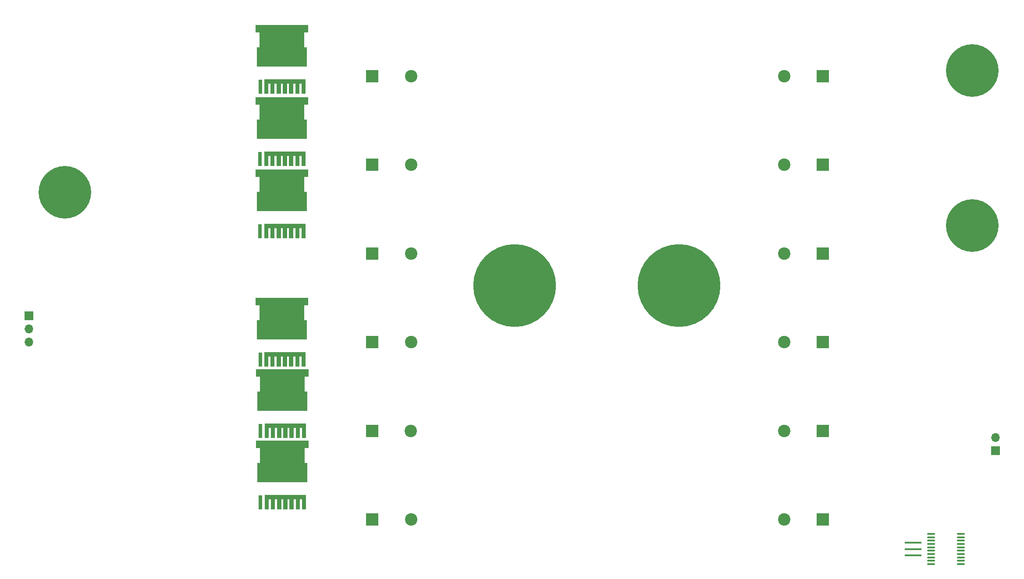
<source format=gbr>
%TF.GenerationSoftware,KiCad,Pcbnew,(6.0.0-rc1-57-gf03efa1cba)*%
%TF.CreationDate,2021-11-19T01:11:21-08:00*%
%TF.ProjectId,OpenCharger,4f70656e-4368-4617-9267-65722e6b6963,rev?*%
%TF.SameCoordinates,Original*%
%TF.FileFunction,Soldermask,Top*%
%TF.FilePolarity,Negative*%
%FSLAX46Y46*%
G04 Gerber Fmt 4.6, Leading zero omitted, Abs format (unit mm)*
G04 Created by KiCad (PCBNEW (6.0.0-rc1-57-gf03efa1cba)) date 2021-11-19 01:11:21*
%MOMM*%
%LPD*%
G01*
G04 APERTURE LIST*
G04 Aperture macros list*
%AMRoundRect*
0 Rectangle with rounded corners*
0 $1 Rounding radius*
0 $2 $3 $4 $5 $6 $7 $8 $9 X,Y pos of 4 corners*
0 Add a 4 corners polygon primitive as box body*
4,1,4,$2,$3,$4,$5,$6,$7,$8,$9,$2,$3,0*
0 Add four circle primitives for the rounded corners*
1,1,$1+$1,$2,$3*
1,1,$1+$1,$4,$5*
1,1,$1+$1,$6,$7*
1,1,$1+$1,$8,$9*
0 Add four rect primitives between the rounded corners*
20,1,$1+$1,$2,$3,$4,$5,0*
20,1,$1+$1,$4,$5,$6,$7,0*
20,1,$1+$1,$6,$7,$8,$9,0*
20,1,$1+$1,$8,$9,$2,$3,0*%
%AMFreePoly0*
4,1,13,2.850000,-5.050000,1.450000,-5.050000,1.450000,-4.350000,-1.450000,-4.350000,-1.450000,-4.850000,-5.150000,-4.850000,-5.150000,4.850000,-1.450000,4.850000,-1.450000,4.350000,1.450000,4.350000,1.450000,5.050000,2.850000,5.050000,2.850000,-5.050000,2.850000,-5.050000,$1*%
%AMFreePoly1*
4,1,29,0.400000,-4.000000,-2.400000,-4.000000,-2.400000,-3.200000,-0.400000,-3.200000,-0.400000,-2.800000,-2.400000,-2.800000,-2.400000,-2.000000,-0.400000,-2.000000,-0.400000,-1.600000,-2.400000,-1.600000,-2.400000,-0.800000,-0.400000,-0.800000,-0.400000,-0.400000,-2.400000,-0.400000,-2.400000,0.400000,-0.400000,0.400000,-0.400000,0.800000,-2.400000,0.800000,-2.400000,1.600000,-0.400000,1.600000,
-0.400000,2.000000,-2.400000,2.000000,-2.400000,2.800000,-0.400000,2.800000,-0.400000,3.200000,-2.400000,3.200000,-2.400000,4.000000,0.400000,4.000000,0.400000,-4.000000,0.400000,-4.000000,$1*%
G04 Aperture macros list end*
%ADD10C,16.000000*%
%ADD11R,1.700000X1.700000*%
%ADD12O,1.700000X1.700000*%
%ADD13C,2.400000*%
%ADD14R,2.400000X2.400000*%
%ADD15FreePoly0,90.000000*%
%ADD16FreePoly1,90.000000*%
%ADD17R,0.800000X2.800000*%
%ADD18C,10.160000*%
%ADD19RoundRect,0.100000X-0.637500X-0.100000X0.637500X-0.100000X0.637500X0.100000X-0.637500X0.100000X0*%
%ADD20R,3.200000X0.400000*%
G04 APERTURE END LIST*
D10*
%TO.C,L1*%
X165558000Y-220218000D03*
X197358000Y-220218000D03*
%TD*%
D11*
%TO.C,J5*%
X258445000Y-252100000D03*
D12*
X258445000Y-249560000D03*
%TD*%
D13*
%TO.C,C16*%
X217627755Y-179705000D03*
D14*
X225127755Y-179705000D03*
%TD*%
%TO.C,C15*%
X225127755Y-248285000D03*
D13*
X217627755Y-248285000D03*
%TD*%
D14*
%TO.C,C14*%
X225127755Y-265430000D03*
D13*
X217627755Y-265430000D03*
%TD*%
D14*
%TO.C,C13*%
X138035001Y-248285000D03*
D13*
X145535001Y-248285000D03*
%TD*%
D14*
%TO.C,C12*%
X138092246Y-265430000D03*
D13*
X145592246Y-265430000D03*
%TD*%
D14*
%TO.C,C9*%
X138092246Y-213995000D03*
D13*
X145592246Y-213995000D03*
%TD*%
D14*
%TO.C,C10*%
X225127755Y-196850000D03*
D13*
X217627755Y-196850000D03*
%TD*%
D14*
%TO.C,C8*%
X225127756Y-231140000D03*
D13*
X217627756Y-231140000D03*
%TD*%
D14*
%TO.C,C6*%
X225127755Y-213995000D03*
D13*
X217627755Y-213995000D03*
%TD*%
D14*
%TO.C,C5*%
X138092246Y-179705000D03*
D13*
X145592246Y-179705000D03*
%TD*%
D14*
%TO.C,C4*%
X138092247Y-231140000D03*
D13*
X145592247Y-231140000D03*
%TD*%
D14*
%TO.C,C3*%
X138092246Y-196850000D03*
D13*
X145592246Y-196850000D03*
%TD*%
D11*
%TO.C,J2*%
X71755000Y-226075000D03*
D12*
X71755000Y-228615000D03*
X71755000Y-231155000D03*
%TD*%
D15*
%TO.C,Q3*%
X120615000Y-200670000D03*
D16*
X121215000Y-208720000D03*
D17*
X116415000Y-209720000D03*
%TD*%
D15*
%TO.C,Q1*%
X120650000Y-172730000D03*
D17*
X116450000Y-181780000D03*
D16*
X121250000Y-180780000D03*
%TD*%
D15*
%TO.C,Q2*%
X120615000Y-186700000D03*
D17*
X116415000Y-195750000D03*
D16*
X121215000Y-194750000D03*
%TD*%
D18*
%TO.C,J6*%
X78740000Y-202184000D03*
%TD*%
D15*
%TO.C,Q17*%
X120699000Y-253095000D03*
D17*
X116499000Y-262145000D03*
D16*
X121299000Y-261145000D03*
%TD*%
D15*
%TO.C,Q16*%
X120699000Y-239265000D03*
D17*
X116499000Y-248315000D03*
D16*
X121299000Y-247315000D03*
%TD*%
D19*
%TO.C,U2*%
X246057500Y-268220000D03*
X246057500Y-268870000D03*
X246057500Y-269520000D03*
X246057500Y-270170000D03*
X246057500Y-270820000D03*
X246057500Y-271470000D03*
X246057500Y-272120000D03*
X246057500Y-272770000D03*
X246057500Y-273420000D03*
X246057500Y-274070000D03*
X251782500Y-274070000D03*
X251782500Y-273420000D03*
X251782500Y-272770000D03*
X251782500Y-272120000D03*
X251782500Y-271470000D03*
X251782500Y-270820000D03*
X251782500Y-270170000D03*
X251782500Y-269520000D03*
X251782500Y-268870000D03*
X251782500Y-268220000D03*
%TD*%
D20*
%TO.C,Y1*%
X242570000Y-269945000D03*
X242570000Y-271145000D03*
X242570000Y-272345000D03*
%TD*%
D18*
%TO.C,J3*%
X254000000Y-178675000D03*
X254000000Y-208645000D03*
%TD*%
D15*
%TO.C,Q4*%
X120664000Y-225435000D03*
D16*
X121264000Y-233485000D03*
D17*
X116464000Y-234485000D03*
%TD*%
M02*

</source>
